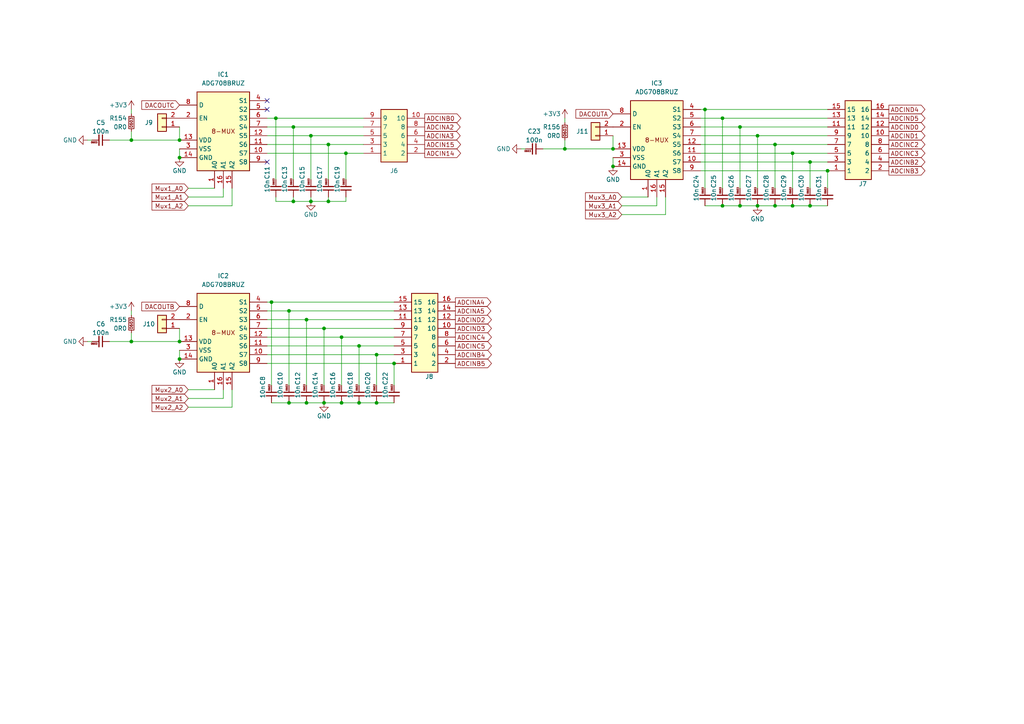
<source format=kicad_sch>
(kicad_sch (version 20230121) (generator eeschema)
  (paper "A4")
  (title_block (title "LCB-CTB-01: Test Board") (date "2024-03-01") (rev "1.0.0") (company "PADERBORN UNIVERSITY DEPARTMENT OF POWER ELECTRONICS AND ELECTRICAL DRIVES"))
  (lib_symbols
    (symbol "LEA_SymbolLibrary:+3V3" (power) (pin_numbers hide) (pin_names (offset 0))
      (property "Value" "+3V3" (at 0 3.81 0))
      (symbol "+3V3_1_1"
        (polyline (pts (xy -0.762 1.27) (xy 0 2.54)))
        (polyline (pts (xy 0 0) (xy 0 2.54)))
        (polyline (pts (xy 0 2.54) (xy 0.762 1.27)))
        (pin power_in line (at 0 0 90) (length 0) hide (name "+3V3") (number "1"))
      )
    )
    (symbol "LEA_SymbolLibrary:C_0603_100n_X5R_10P__50V" (pin_numbers hide) (pin_names (offset 0.254) hide)
      (property "Reference" "C" (at 0.762 0.508 0))
      (property "Value" "100n" (at 0.762 -1.016 0))
      (symbol "C_0603_100n_X5R_10P__50V_0_0"
        (text "0603" (at -0.635 -1.905 900) (effects (font (size 0.5 0.5))))
      )
      (symbol "C_0603_100n_X5R_10P__50V_0_1"
        (polyline (pts (xy -1.524 -0.508) (xy 1.524 -0.508)) (stroke (width 0.3302)))
        (polyline (pts (xy -1.524 0.508) (xy 1.524 0.508)) (stroke (width 0.3048)))
      )
      (symbol "C_0603_100n_X5R_10P__50V_1_1"
        (pin passive line (at 0 2.54 270) (length 2.032) (name "1") (number "1"))
        (pin passive line (at 0 -2.54 90) (length 2.032) (name "2") (number "2"))
      )
    )
    (symbol "LEA_SymbolLibrary:C_0603__10n_X7R_10P__50V" (pin_numbers hide) (pin_names (offset 0.254) hide)
      (property "Reference" "C" (at 0.762 0.508 0))
      (property "Value" "10n" (at 0.762 -1.016 0))
      (symbol "C_0603__10n_X7R_10P__50V_0_0"
        (text "0603" (at -0.635 -1.905 900) (effects (font (size 0.5 0.5))))
      )
      (symbol "C_0603__10n_X7R_10P__50V_0_1"
        (polyline (pts (xy -1.524 -0.508) (xy 1.524 -0.508)) (stroke (width 0.3302)))
        (polyline (pts (xy -1.524 0.508) (xy 1.524 0.508)) (stroke (width 0.3048)))
      )
      (symbol "C_0603__10n_X7R_10P__50V_1_1"
        (pin passive line (at 0 2.54 270) (length 2.032) (name "1") (number "1"))
        (pin passive line (at 0 -2.54 90) (length 2.032) (name "2") (number "2"))
      )
    )
    (symbol "LEA_SymbolLibrary:Conn_01x02" (pin_names (offset 1.016) hide)
      (property "Reference" "J" (at -1.27 2.54 0))
      (property "Value" "01x02" (at 0 -5.08 0))
      (symbol "Conn_01x02_1_1"
        (rectangle (start -1.27 -2.413) (end 0 -2.667) (stroke (width 0.1524)))
        (rectangle (start -1.27 0.127) (end 0 -0.127) (stroke (width 0.1524)))
        (rectangle (start -1.27 1.27) (end 1.27 -3.81) (stroke (width 0.254)) (fill (type background)))
        (pin passive line (at -5.08 0 0) (length 3.81) (name "Pin_1") (number "1"))
        (pin passive line (at -5.08 -2.54 0) (length 3.81) (name "Pin_2") (number "2"))
      )
    )
    (symbol "LEA_SymbolLibrary:Conn_02x05_Male"
      (property "Reference" "J" (at -1.27 10.16 0))
      (symbol "Conn_02x05_Male_1_1"
        (rectangle (start -3.81 7.62) (end 3.81 -7.62) (stroke (width 0.254)) (fill (type background)))
        (pin passive line (at -8.89 5.08 0) (length 5.08) (name "1") (number "1"))
        (pin passive line (at 8.89 -5.08 180) (length 5.08) (name "10") (number "10"))
        (pin passive line (at 8.89 5.08 180) (length 5.08) (name "2") (number "2"))
        (pin passive line (at -8.89 2.54 0) (length 5.08) (name "3") (number "3"))
        (pin passive line (at 8.89 2.54 180) (length 5.08) (name "4") (number "4"))
        (pin passive line (at -8.89 0 0) (length 5.08) (name "5") (number "5"))
        (pin passive line (at 8.89 0 180) (length 5.08) (name "6") (number "6"))
        (pin passive line (at -8.89 -2.54 0) (length 5.08) (name "7") (number "7"))
        (pin passive line (at 8.89 -2.54 180) (length 5.08) (name "8") (number "8"))
        (pin passive line (at -8.89 -5.08 0) (length 5.08) (name "9") (number "9"))
      )
    )
    (symbol "LEA_SymbolLibrary:Conn_02x08_Male"
      (property "Reference" "J" (at -1.27 16.51 0))
      (property "Value" "Conn_02x08_Male" (at -8.89 13.97 0))
      (symbol "Conn_02x08_Male_1_1"
        (rectangle (start -3.81 11.43) (end 3.81 -11.43) (stroke (width 0.254)) (fill (type background)))
        (pin passive line (at -8.89 8.89 0) (length 5.08) (name "1") (number "1"))
        (pin passive line (at 8.89 -1.27 180) (length 5.08) (name "10") (number "10"))
        (pin passive line (at -8.89 -3.81 0) (length 5.08) (name "11") (number "11"))
        (pin passive line (at 8.89 -3.81 180) (length 5.08) (name "12") (number "12"))
        (pin passive line (at -8.89 -6.35 0) (length 5.08) (name "13") (number "13"))
        (pin passive line (at 8.89 -6.35 180) (length 5.08) (name "14") (number "14"))
        (pin passive line (at -8.89 -8.89 0) (length 5.08) (name "15") (number "15"))
        (pin passive line (at 8.89 -8.89 180) (length 5.08) (name "16") (number "16"))
        (pin passive line (at 8.89 8.89 180) (length 5.08) (name "2") (number "2"))
        (pin passive line (at -8.89 6.35 0) (length 5.08) (name "3") (number "3"))
        (pin passive line (at 8.89 6.35 180) (length 5.08) (name "4") (number "4"))
        (pin passive line (at -8.89 3.81 0) (length 5.08) (name "5") (number "5"))
        (pin passive line (at 8.89 3.81 180) (length 5.08) (name "6") (number "6"))
        (pin passive line (at -8.89 1.27 0) (length 5.08) (name "7") (number "7"))
        (pin passive line (at 8.89 1.27 180) (length 5.08) (name "8") (number "8"))
        (pin passive line (at -8.89 -1.27 0) (length 5.08) (name "9") (number "9"))
      )
    )
    (symbol "LEA_SymbolLibrary:GND" (power) (pin_numbers hide) (pin_names (offset 0))
      (property "Value" "GND" (at 0 -5.08 0))
      (symbol "GND_1_1"
        (polyline (pts (xy 0 0) (xy 0 -1.27) (xy 1.27 -1.27) (xy 0 -2.54) (xy -1.27 -1.27) (xy 0 -1.27)))
        (pin power_in line (at 0 0 90) (length 0) hide (name "GND") (number "1"))
      )
    )
    (symbol "LEA_SymbolLibrary:MUX_ADG708BRUZ"
      (property "Reference" "IC" (at -6.35 16.51 0))
      (property "Value" "ADG708BRUZ" (at -6.35 13.97 0))
      (symbol "MUX_ADG708BRUZ_1_1"
        (rectangle (start -7.62 11.43) (end 7.62 -11.43) (stroke (width 0.254)) (fill (type background)))
        (text "8-MUX" (at 0 0 0) (effects (font (size 1.27 1.27))))
        (pin passive line (at -2.54 -16.51 90) (length 5.08) (name "A0") (number "1"))
        (pin passive line (at 12.7 -6.35 180) (length 5.08) (name "S7") (number "10"))
        (pin passive line (at 12.7 -3.81 180) (length 5.08) (name "S6") (number "11"))
        (pin passive line (at 12.7 -1.27 180) (length 5.08) (name "S5") (number "12"))
        (pin passive line (at -12.7 -2.54 0) (length 5.08) (name "VDD") (number "13"))
        (pin passive line (at -12.7 -7.62 0) (length 5.08) (name "GND") (number "14"))
        (pin passive line (at 2.54 -16.51 90) (length 5.08) (name "A2") (number "15"))
        (pin passive line (at 0 -16.51 90) (length 5.08) (name "A1") (number "16"))
        (pin passive line (at -12.7 3.81 0) (length 5.08) (name "EN") (number "2"))
        (pin passive line (at -12.7 -5.08 0) (length 5.08) (name "VSS") (number "3"))
        (pin passive line (at 12.7 8.89 180) (length 5.08) (name "S1") (number "4"))
        (pin passive line (at 12.7 6.35 180) (length 5.08) (name "S2") (number "5"))
        (pin passive line (at 12.7 3.81 180) (length 5.08) (name "S3") (number "6"))
        (pin passive line (at 12.7 1.27 180) (length 5.08) (name "S4") (number "7"))
        (pin passive line (at -12.7 7.62 0) (length 5.08) (name "D") (number "8"))
        (pin passive line (at 12.7 -8.89 180) (length 5.08) (name "S8") (number "9"))
      )
    )
    (symbol "LEA_SymbolLibrary:R_0603__0R0_THICK__1P__75V" (pin_numbers hide) (pin_names (offset 0.254) hide)
      (property "Reference" "R" (at 0.762 0.508 0))
      (property "Value" "0R0" (at 0.762 -1.016 0))
      (symbol "R_0603__0R0_THICK__1P__75V_0_0"
        (text "0603" (at 0 0 900) (effects (font (size 0.8 0.8))))
      )
      (symbol "R_0603__0R0_THICK__1P__75V_0_1"
        (rectangle (start -0.762 1.778) (end 0.762 -1.778) (stroke (width 0.2032)))
      )
      (symbol "R_0603__0R0_THICK__1P__75V_1_1"
        (pin passive line (at 0 2.54 270) (length 0.762) (name "~") (number "1"))
        (pin passive line (at 0 -2.54 90) (length 0.762) (name "~") (number "2"))
      )
    )
  )
  (junction (at 104.14 100.33))
  (junction (at 209.55 59.69))
  (junction (at 83.82 90.17))
  (junction (at 52.07 99.06))
  (junction (at 104.14 116.84))
  (junction (at 83.82 116.84))
  (junction (at 219.71 39.37))
  (junction (at 214.63 59.69))
  (junction (at 88.9 116.84))
  (junction (at 90.17 39.37))
  (junction (at 85.09 58.42))
  (junction (at 214.63 36.83))
  (junction (at 99.06 97.79))
  (junction (at 219.71 59.69))
  (junction (at 209.55 34.29))
  (junction (at 88.9 92.71))
  (junction (at 229.87 44.45))
  (junction (at 38.1 99.06))
  (junction (at 177.8 43.18))
  (junction (at 93.98 95.25))
  (junction (at 99.06 116.84))
  (junction (at 114.3 105.41))
  (junction (at 95.25 58.42))
  (junction (at 234.95 46.99))
  (junction (at 52.07 40.64))
  (junction (at 224.79 41.91))
  (junction (at 52.07 104.14))
  (junction (at 38.1 40.64))
  (junction (at 177.8 48.26))
  (junction (at 163.83 43.18))
  (junction (at 52.07 45.72))
  (junction (at 78.74 87.63))
  (junction (at 229.87 59.69))
  (junction (at 109.22 102.87))
  (junction (at 234.95 59.69))
  (junction (at 93.98 116.84))
  (junction (at 240.03 49.53))
  (junction (at 109.22 116.84))
  (junction (at 95.25 41.91))
  (junction (at 85.09 36.83))
  (junction (at 204.47 31.75))
  (junction (at 100.33 44.45))
  (junction (at 224.79 59.69))
  (junction (at 80.01 34.29))
  (junction (at 90.17 58.42))
  (no_connect (at 77.47 46.99))
  (no_connect (at 77.47 31.75))
  (no_connect (at 77.47 29.21))
  (wire (pts (xy 52.07 101.6) (xy 52.07 104.14)))
  (wire (pts (xy 77.47 44.45) (xy 100.33 44.45)))
  (wire (pts (xy 99.06 97.79) (xy 99.06 111.76)))
  (wire (pts (xy 54.61 59.69) (xy 67.31 59.69)))
  (wire (pts (xy 100.33 57.15) (xy 100.33 58.42)))
  (wire (pts (xy 77.47 100.33) (xy 104.14 100.33)))
  (wire (pts (xy 180.34 62.23) (xy 193.04 62.23)))
  (wire (pts (xy 38.1 99.06) (xy 52.07 99.06)))
  (wire (pts (xy 190.5 57.15) (xy 190.5 59.69)))
  (wire (pts (xy 64.77 113.03) (xy 64.77 115.57)))
  (wire (pts (xy 180.34 59.69) (xy 190.5 59.69)))
  (wire (pts (xy 95.25 41.91) (xy 95.25 52.07)))
  (wire (pts (xy 204.47 59.69) (xy 209.55 59.69)))
  (wire (pts (xy 54.61 54.61) (xy 62.23 54.61)))
  (wire (pts (xy 67.31 113.03) (xy 67.31 118.11)))
  (wire (pts (xy 151.13 43.18) (xy 152.4 43.18)))
  (wire (pts (xy 224.79 41.91) (xy 224.79 54.61)))
  (wire (pts (xy 229.87 44.45) (xy 229.87 54.61)))
  (wire (pts (xy 38.1 38.1) (xy 38.1 40.64)))
  (wire (pts (xy 229.87 59.69) (xy 234.95 59.69)))
  (wire (pts (xy 219.71 39.37) (xy 240.03 39.37)))
  (wire (pts (xy 38.1 40.64) (xy 52.07 40.64)))
  (wire (pts (xy 163.83 34.29) (xy 163.83 35.56)))
  (wire (pts (xy 100.33 44.45) (xy 100.33 52.07)))
  (wire (pts (xy 64.77 57.15) (xy 64.77 54.61)))
  (wire (pts (xy 234.95 59.69) (xy 240.03 59.69)))
  (wire (pts (xy 83.82 90.17) (xy 114.3 90.17)))
  (wire (pts (xy 78.74 87.63) (xy 77.47 87.63)))
  (wire (pts (xy 90.17 39.37) (xy 105.41 39.37)))
  (wire (pts (xy 180.34 57.15) (xy 187.96 57.15)))
  (wire (pts (xy 77.47 39.37) (xy 90.17 39.37)))
  (wire (pts (xy 52.07 43.18) (xy 52.07 45.72)))
  (wire (pts (xy 78.74 116.84) (xy 83.82 116.84)))
  (wire (pts (xy 77.47 92.71) (xy 88.9 92.71)))
  (wire (pts (xy 77.47 34.29) (xy 80.01 34.29)))
  (wire (pts (xy 80.01 58.42) (xy 85.09 58.42)))
  (wire (pts (xy 193.04 57.15) (xy 193.04 62.23)))
  (wire (pts (xy 204.47 31.75) (xy 203.2 31.75)))
  (wire (pts (xy 77.47 102.87) (xy 109.22 102.87)))
  (wire (pts (xy 80.01 34.29) (xy 105.41 34.29)))
  (wire (pts (xy 234.95 46.99) (xy 240.03 46.99)))
  (wire (pts (xy 214.63 54.61) (xy 214.63 36.83)))
  (wire (pts (xy 100.33 44.45) (xy 105.41 44.45)))
  (wire (pts (xy 95.25 41.91) (xy 105.41 41.91)))
  (wire (pts (xy 52.07 95.25) (xy 52.07 99.06)))
  (wire (pts (xy 224.79 59.69) (xy 229.87 59.69)))
  (wire (pts (xy 203.2 36.83) (xy 214.63 36.83)))
  (wire (pts (xy 104.14 116.84) (xy 109.22 116.84)))
  (wire (pts (xy 99.06 116.84) (xy 104.14 116.84)))
  (wire (pts (xy 54.61 115.57) (xy 64.77 115.57)))
  (wire (pts (xy 203.2 49.53) (xy 240.03 49.53)))
  (wire (pts (xy 209.55 34.29) (xy 209.55 54.61)))
  (wire (pts (xy 38.1 90.17) (xy 38.1 91.44)))
  (wire (pts (xy 209.55 59.69) (xy 214.63 59.69)))
  (wire (pts (xy 234.95 46.99) (xy 234.95 54.61)))
  (wire (pts (xy 90.17 58.42) (xy 95.25 58.42)))
  (wire (pts (xy 80.01 52.07) (xy 80.01 34.29)))
  (wire (pts (xy 77.47 95.25) (xy 93.98 95.25)))
  (wire (pts (xy 219.71 54.61) (xy 219.71 39.37)))
  (wire (pts (xy 93.98 116.84) (xy 99.06 116.84)))
  (wire (pts (xy 93.98 95.25) (xy 114.3 95.25)))
  (wire (pts (xy 54.61 57.15) (xy 64.77 57.15)))
  (wire (pts (xy 90.17 39.37) (xy 90.17 52.07)))
  (wire (pts (xy 77.47 90.17) (xy 83.82 90.17)))
  (wire (pts (xy 38.1 99.06) (xy 31.75 99.06)))
  (wire (pts (xy 163.83 43.18) (xy 157.48 43.18)))
  (wire (pts (xy 214.63 59.69) (xy 219.71 59.69)))
  (wire (pts (xy 83.82 116.84) (xy 88.9 116.84)))
  (wire (pts (xy 224.79 41.91) (xy 240.03 41.91)))
  (wire (pts (xy 77.47 105.41) (xy 114.3 105.41)))
  (wire (pts (xy 80.01 57.15) (xy 80.01 58.42)))
  (wire (pts (xy 109.22 102.87) (xy 109.22 111.76)))
  (wire (pts (xy 204.47 31.75) (xy 240.03 31.75)))
  (wire (pts (xy 104.14 100.33) (xy 114.3 100.33)))
  (wire (pts (xy 219.71 59.69) (xy 224.79 59.69)))
  (wire (pts (xy 38.1 40.64) (xy 31.75 40.64)))
  (wire (pts (xy 54.61 113.03) (xy 62.23 113.03)))
  (wire (pts (xy 203.2 39.37) (xy 219.71 39.37)))
  (wire (pts (xy 114.3 105.41) (xy 114.3 111.76)))
  (wire (pts (xy 163.83 40.64) (xy 163.83 43.18)))
  (wire (pts (xy 203.2 34.29) (xy 209.55 34.29)))
  (wire (pts (xy 38.1 96.52) (xy 38.1 99.06)))
  (wire (pts (xy 95.25 57.15) (xy 95.25 58.42)))
  (wire (pts (xy 77.47 41.91) (xy 95.25 41.91)))
  (wire (pts (xy 203.2 46.99) (xy 234.95 46.99)))
  (wire (pts (xy 85.09 57.15) (xy 85.09 58.42)))
  (wire (pts (xy 204.47 31.75) (xy 204.47 54.61)))
  (wire (pts (xy 177.8 45.72) (xy 177.8 48.26)))
  (wire (pts (xy 67.31 59.69) (xy 67.31 54.61)))
  (wire (pts (xy 95.25 58.42) (xy 100.33 58.42)))
  (wire (pts (xy 83.82 90.17) (xy 83.82 111.76)))
  (wire (pts (xy 203.2 41.91) (xy 224.79 41.91)))
  (wire (pts (xy 78.74 87.63) (xy 78.74 111.76)))
  (wire (pts (xy 214.63 36.83) (xy 240.03 36.83)))
  (wire (pts (xy 177.8 39.37) (xy 177.8 43.18)))
  (wire (pts (xy 209.55 34.29) (xy 240.03 34.29)))
  (wire (pts (xy 77.47 97.79) (xy 99.06 97.79)))
  (wire (pts (xy 85.09 58.42) (xy 90.17 58.42)))
  (wire (pts (xy 240.03 49.53) (xy 240.03 54.61)))
  (wire (pts (xy 25.4 40.64) (xy 26.67 40.64)))
  (wire (pts (xy 109.22 116.84) (xy 114.3 116.84)))
  (wire (pts (xy 54.61 118.11) (xy 67.31 118.11)))
  (wire (pts (xy 93.98 111.76) (xy 93.98 95.25)))
  (wire (pts (xy 77.47 36.83) (xy 85.09 36.83)))
  (wire (pts (xy 88.9 116.84) (xy 93.98 116.84)))
  (wire (pts (xy 85.09 36.83) (xy 105.41 36.83)))
  (wire (pts (xy 78.74 87.63) (xy 114.3 87.63)))
  (wire (pts (xy 104.14 100.33) (xy 104.14 111.76)))
  (wire (pts (xy 229.87 44.45) (xy 240.03 44.45)))
  (wire (pts (xy 25.4 99.06) (xy 26.67 99.06)))
  (wire (pts (xy 52.07 36.83) (xy 52.07 40.64)))
  (wire (pts (xy 85.09 36.83) (xy 85.09 52.07)))
  (wire (pts (xy 88.9 92.71) (xy 114.3 92.71)))
  (wire (pts (xy 163.83 43.18) (xy 177.8 43.18)))
  (wire (pts (xy 203.2 44.45) (xy 229.87 44.45)))
  (wire (pts (xy 99.06 97.79) (xy 114.3 97.79)))
  (wire (pts (xy 109.22 102.87) (xy 114.3 102.87)))
  (wire (pts (xy 88.9 111.76) (xy 88.9 92.71)))
  (wire (pts (xy 90.17 57.15) (xy 90.17 58.42)))
  (wire (pts (xy 38.1 31.75) (xy 38.1 33.02)))
  (global_label "ADCINC2" (shape output) (at 257.81 41.91 0) (property "Intersheetrefs" "${INTERSHEET_REFS}" (effects hide)))
  (global_label "ADCINB3" (shape output) (at 257.81 49.53 0) (property "Intersheetrefs" "${INTERSHEET_REFS}" (effects hide)))
  (global_label "ADCINB0" (shape output) (at 123.19 34.29 0) (property "Intersheetrefs" "${INTERSHEET_REFS}" (effects hide)))
  (global_label "Mux1_A2" (shape input) (at 54.61 59.69 180) (property "Intersheetrefs" "${INTERSHEET_REFS}" (effects hide)))
  (global_label "Mux3_A2" (shape input) (at 180.34 62.23 180) (property "Intersheetrefs" "${INTERSHEET_REFS}" (effects hide)))
  (global_label "ADCINC4" (shape output) (at 132.08 97.79 0) (property "Intersheetrefs" "${INTERSHEET_REFS}" (effects hide)))
  (global_label "ADCIND3" (shape output) (at 132.08 95.25 0) (property "Intersheetrefs" "${INTERSHEET_REFS}" (effects hide)))
  (global_label "DACOUTC" (shape input) (at 52.07 30.48 180) (property "Intersheetrefs" "${INTERSHEET_REFS}" (effects hide)))
  (global_label "Mux1_A0" (shape input) (at 54.61 54.61 180) (property "Intersheetrefs" "${INTERSHEET_REFS}" (effects hide)))
  (global_label "DACOUTA" (shape input) (at 177.8 33.02 180) (property "Intersheetrefs" "${INTERSHEET_REFS}" (effects hide)))
  (global_label "Mux1_A1" (shape input) (at 54.61 57.15 180) (property "Intersheetrefs" "${INTERSHEET_REFS}" (effects hide)))
  (global_label "Mux3_A1" (shape input) (at 180.34 59.69 180) (property "Intersheetrefs" "${INTERSHEET_REFS}" (effects hide)))
  (global_label "ADCINC3" (shape output) (at 257.81 44.45 0) (property "Intersheetrefs" "${INTERSHEET_REFS}" (effects hide)))
  (global_label "ADCINA4" (shape output) (at 132.08 87.63 0) (property "Intersheetrefs" "${INTERSHEET_REFS}" (effects hide)))
  (global_label "ADCIND1" (shape output) (at 257.81 39.37 0) (property "Intersheetrefs" "${INTERSHEET_REFS}" (effects hide)))
  (global_label "ADCIN15" (shape output) (at 123.19 41.91 0) (property "Intersheetrefs" "${INTERSHEET_REFS}" (effects hide)))
  (global_label "ADCIND4" (shape output) (at 257.81 31.75 0) (property "Intersheetrefs" "${INTERSHEET_REFS}" (effects hide)))
  (global_label "ADCINA2" (shape output) (at 123.19 36.83 0) (property "Intersheetrefs" "${INTERSHEET_REFS}" (effects hide)))
  (global_label "Mux2_A2" (shape input) (at 54.61 118.11 180) (property "Intersheetrefs" "${INTERSHEET_REFS}" (effects hide)))
  (global_label "ADCIN14" (shape output) (at 123.19 44.45 0) (property "Intersheetrefs" "${INTERSHEET_REFS}" (effects hide)))
  (global_label "ADCINA3" (shape output) (at 123.19 39.37 0) (property "Intersheetrefs" "${INTERSHEET_REFS}" (effects hide)))
  (global_label "ADCINB2" (shape output) (at 257.81 46.99 0) (property "Intersheetrefs" "${INTERSHEET_REFS}" (effects hide)))
  (global_label "ADCIND2" (shape output) (at 132.08 92.71 0) (property "Intersheetrefs" "${INTERSHEET_REFS}" (effects hide)))
  (global_label "ADCINA5" (shape output) (at 132.08 90.17 0) (property "Intersheetrefs" "${INTERSHEET_REFS}" (effects hide)))
  (global_label "ADCINB5" (shape output) (at 132.08 105.41 0) (property "Intersheetrefs" "${INTERSHEET_REFS}" (effects hide)))
  (global_label "DACOUTB" (shape input) (at 52.07 88.9 180) (property "Intersheetrefs" "${INTERSHEET_REFS}" (effects hide)))
  (global_label "Mux3_A0" (shape input) (at 180.34 57.15 180) (property "Intersheetrefs" "${INTERSHEET_REFS}" (effects hide)))
  (global_label "Mux2_A0" (shape input) (at 54.61 113.03 180) (property "Intersheetrefs" "${INTERSHEET_REFS}" (effects hide)))
  (global_label "ADCINC5" (shape output) (at 132.08 100.33 0) (property "Intersheetrefs" "${INTERSHEET_REFS}" (effects hide)))
  (global_label "ADCINB4" (shape output) (at 132.08 102.87 0) (property "Intersheetrefs" "${INTERSHEET_REFS}" (effects hide)))
  (global_label "Mux2_A1" (shape input) (at 54.61 115.57 180) (property "Intersheetrefs" "${INTERSHEET_REFS}" (effects hide)))
  (global_label "ADCIND0" (shape output) (at 257.81 36.83 0) (property "Intersheetrefs" "${INTERSHEET_REFS}" (effects hide)))
  (global_label "ADCIND5" (shape output) (at 257.81 34.29 0) (property "Intersheetrefs" "${INTERSHEET_REFS}" (effects hide)))
  (symbol (lib_id "LEA_SymbolLibrary:GND") (at 151.13 43.18 270) (mirror x) (unit 1)
    (property "Reference" "#PWR040" (effects hide))
    (property "Value" "GND" (at 146.05 43.18 90))
  )
  (symbol (lib_id "LEA_SymbolLibrary:GND") (at 93.98 116.84 0) (unit 1)
    (property "Reference" "#PWR039" (effects hide))
    (property "Value" "GND" (at 93.98 120.65 0))
  )
  (symbol (lib_id "LEA_SymbolLibrary:C_0603_100n_X5R_10P__50V") (at 29.21 40.64 270) (mirror x) (unit 1)
    (property "Reference" "C5" (at 29.21 35.56 90))
    (property "Value" "100n" (at 29.21 38.1 90))
    (property "Footprint" "LEA_FootprintLibrary:C_0603" (effects hide))
    (property "manf#" "C1608X5R1H104K" (effects hide))
    (property "Manufacturer" "TDK" (effects hide))
    (property "mouser#" "810-C1608X5R1H104K" (effects hide))
  )
  (symbol (lib_id "LEA_SymbolLibrary:GND") (at 52.07 45.72 0) (unit 1)
    (property "Reference" "#PWR036" (effects hide))
    (property "Value" "GND" (at 52.07 49.53 0))
  )
  (symbol (lib_id "LEA_SymbolLibrary:+3V3") (at 38.1 31.75 0) (unit 1)
    (property "Reference" "#PWR034" (effects hide))
    (property "Value" "+3V3" (at 34.29 30.48 0))
  )
  (symbol (lib_id "LEA_SymbolLibrary:Conn_02x08_Male") (at 248.92 40.64 0) (mirror x) (unit 1)
    (property "Reference" "J7" (at 251.46 53.34 0) (effects (justify right)))
    (property "Value" "Conn_02x08_Male" (effects hide))
    (property "Footprint" "LEA_FootprintLibrary:HDRV16W64P254_2X8_2032X508X914P" (effects hide))
    (property "Datasheet" "https://cdn.harwin.com/pdfs/M20-998.pdf" (effects hide))
    (property "mouser#" "855-M20-9980846" (effects hide))
    (property "Manufacturer" "Harwin" (effects hide))
    (property "manf#" "M20-9980846" (effects hide))
  )
  (symbol (lib_id "LEA_SymbolLibrary:R_0603__0R0_THICK__1P__75V") (at 163.83 38.1 0) (mirror y) (unit 1)
    (property "Reference" "R156" (at 162.56 36.83 0) (effects (justify left)))
    (property "Value" "0R0" (at 162.56 39.37 0) (effects (justify left)))
    (property "Footprint" "LEA_FootprintLibrary:R_0603" (effects hide))
    (property "manf#" "CRCW06030000Z0EAC" (effects hide))
    (property "Manufacturer" "Vishay" (effects hide))
    (property "mouser#" "71-CRCW06030000Z0EAC" (effects hide))
  )
  (symbol (lib_id "LEA_SymbolLibrary:C_0603_100n_X5R_10P__50V") (at 154.94 43.18 270) (mirror x) (unit 1)
    (property "Reference" "C23" (at 154.94 38.1 90))
    (property "Value" "100n" (at 154.94 40.64 90))
    (property "Footprint" "LEA_FootprintLibrary:C_0603" (effects hide))
    (property "manf#" "C1608X5R1H104K" (effects hide))
    (property "Manufacturer" "TDK" (effects hide))
    (property "mouser#" "810-C1608X5R1H104K" (effects hide))
  )
  (symbol (lib_id "LEA_SymbolLibrary:C_0603__10n_X7R_10P__50V") (at 80.01 54.61 0) (mirror x) (unit 1)
    (property "Reference" "C11" (at 77.47 52.07 90) (effects (justify right)))
    (property "Value" "10n" (at 77.47 55.88 90) (effects (justify right)))
    (property "Footprint" "LEA_FootprintLibrary:C_0603" (effects hide))
    (property "Manufacturer" "TDK" (effects hide))
    (property "manf#" "CGA3E2X7R1H103K" (effects hide))
    (property "mouser#" "810-CGA3E2X7R1H103K" (effects hide))
  )
  (symbol (lib_id "LEA_SymbolLibrary:C_0603__10n_X7R_10P__50V") (at 95.25 54.61 0) (mirror x) (unit 1)
    (property "Reference" "C17" (at 92.71 52.07 90) (effects (justify right)))
    (property "Value" "10n" (at 92.71 55.88 90) (effects (justify right)))
    (property "Footprint" "LEA_FootprintLibrary:C_0603" (effects hide))
    (property "Manufacturer" "TDK" (effects hide))
    (property "manf#" "CGA3E2X7R1H103K" (effects hide))
    (property "mouser#" "810-CGA3E2X7R1H103K" (effects hide))
  )
  (symbol (lib_id "LEA_SymbolLibrary:C_0603__10n_X7R_10P__50V") (at 209.55 57.15 0) (mirror x) (unit 1)
    (property "Reference" "C25" (at 207.01 54.61 90) (effects (justify right)))
    (property "Value" "10n" (at 207.01 58.42 90) (effects (justify right)))
    (property "Footprint" "LEA_FootprintLibrary:C_0603" (effects hide))
    (property "Manufacturer" "TDK" (effects hide))
    (property "manf#" "CGA3E2X7R1H103K" (effects hide))
    (property "mouser#" "810-CGA3E2X7R1H103K" (effects hide))
  )
  (symbol (lib_id "LEA_SymbolLibrary:GND") (at 90.17 58.42 0) (unit 1)
    (property "Reference" "#PWR038" (effects hide))
    (property "Value" "GND" (at 90.17 62.23 0))
  )
  (symbol (lib_id "LEA_SymbolLibrary:MUX_ADG708BRUZ") (at 64.77 96.52 0) (unit 1)
    (property "Reference" "IC2" (at 64.77 80.01 0))
    (property "Value" "ADG708BRUZ" (at 64.77 82.55 0))
    (property "Footprint" "LEA_FootprintLibrary:SOP65P640X120-16N" (effects hide))
    (property "Datasheet" "http://www.analog.com/static/imported-files/data_sheets/ADG708_709.pdf" (effects hide))
    (property "mouser#" "584-ADG708BRUZ" (effects hide))
    (property "Manufacturer" "Analog Devices" (effects hide))
    (property "manf#" "ADG708BRUZ" (effects hide))
  )
  (symbol (lib_id "LEA_SymbolLibrary:C_0603__10n_X7R_10P__50V") (at 229.87 57.15 0) (mirror x) (unit 1)
    (property "Reference" "C29" (at 227.33 54.61 90) (effects (justify right)))
    (property "Value" "10n" (at 227.33 58.42 90) (effects (justify right)))
    (property "Footprint" "LEA_FootprintLibrary:C_0603" (effects hide))
    (property "Manufacturer" "TDK" (effects hide))
    (property "manf#" "CGA3E2X7R1H103K" (effects hide))
    (property "mouser#" "810-CGA3E2X7R1H103K" (effects hide))
  )
  (symbol (lib_id "LEA_SymbolLibrary:Conn_01x02") (at 172.72 39.37 180) (unit 1)
    (property "Reference" "J11" (at 168.91 38.1 0))
    (property "Value" "01x02" (effects hide))
    (property "Footprint" "LEA_FootprintLibrary:PinHeader_1x02_P2.54mm_Vertical" (effects hide))
    (property "Datasheet" "https://www.mouser.de/datasheet/2/181/M20-999-1218971.pdf" (effects hide))
    (property "Manufacturer" "Harwin" (effects hide))
    (property "mouser#" "855-M20-9990245" (effects hide))
    (property "manf#" "M20-9990245" (effects hide))
    (property "Sim.Enable" "0" (effects hide))
  )
  (symbol (lib_id "LEA_SymbolLibrary:C_0603__10n_X7R_10P__50V") (at 204.47 57.15 0) (mirror x) (unit 1)
    (property "Reference" "C24" (at 201.93 54.61 90) (effects (justify right)))
    (property "Value" "10n" (at 201.93 58.42 90) (effects (justify right)))
    (property "Footprint" "LEA_FootprintLibrary:C_0603" (effects hide))
    (property "Manufacturer" "TDK" (effects hide))
    (property "manf#" "CGA3E2X7R1H103K" (effects hide))
    (property "mouser#" "810-CGA3E2X7R1H103K" (effects hide))
  )
  (symbol (lib_id "LEA_SymbolLibrary:GND") (at 52.07 104.14 0) (unit 1)
    (property "Reference" "#PWR037" (effects hide))
    (property "Value" "GND" (at 52.07 107.95 0))
  )
  (symbol (lib_id "LEA_SymbolLibrary:C_0603__10n_X7R_10P__50V") (at 90.17 54.61 0) (mirror x) (unit 1)
    (property "Reference" "C15" (at 87.63 52.07 90) (effects (justify right)))
    (property "Value" "10n" (at 87.63 55.88 90) (effects (justify right)))
    (property "Footprint" "LEA_FootprintLibrary:C_0603" (effects hide))
    (property "Manufacturer" "TDK" (effects hide))
    (property "manf#" "CGA3E2X7R1H103K" (effects hide))
    (property "mouser#" "810-CGA3E2X7R1H103K" (effects hide))
  )
  (symbol (lib_id "LEA_SymbolLibrary:C_0603__10n_X7R_10P__50V") (at 219.71 57.15 0) (mirror x) (unit 1)
    (property "Reference" "C27" (at 217.17 54.61 90) (effects (justify right)))
    (property "Value" "10n" (at 217.17 58.42 90) (effects (justify right)))
    (property "Footprint" "LEA_FootprintLibrary:C_0603" (effects hide))
    (property "Manufacturer" "TDK" (effects hide))
    (property "manf#" "CGA3E2X7R1H103K" (effects hide))
    (property "mouser#" "810-CGA3E2X7R1H103K" (effects hide))
  )
  (symbol (lib_id "LEA_SymbolLibrary:C_0603__10n_X7R_10P__50V") (at 109.22 114.3 0) (mirror x) (unit 1)
    (property "Reference" "C20" (at 106.68 111.76 90) (effects (justify right)))
    (property "Value" "10n" (at 106.68 115.57 90) (effects (justify right)))
    (property "Footprint" "LEA_FootprintLibrary:C_0603" (effects hide))
    (property "Manufacturer" "TDK" (effects hide))
    (property "manf#" "CGA3E2X7R1H103K" (effects hide))
    (property "mouser#" "810-CGA3E2X7R1H103K" (effects hide))
  )
  (symbol (lib_id "LEA_SymbolLibrary:R_0603__0R0_THICK__1P__75V") (at 38.1 35.56 0) (mirror y) (unit 1)
    (property "Reference" "R154" (at 36.83 34.29 0) (effects (justify left)))
    (property "Value" "0R0" (at 36.83 36.83 0) (effects (justify left)))
    (property "Footprint" "LEA_FootprintLibrary:R_0603" (effects hide))
    (property "manf#" "CRCW06030000Z0EAC" (effects hide))
    (property "Manufacturer" "Vishay" (effects hide))
    (property "mouser#" "71-CRCW06030000Z0EAC" (effects hide))
  )
  (symbol (lib_id "LEA_SymbolLibrary:C_0603__10n_X7R_10P__50V") (at 114.3 114.3 0) (mirror x) (unit 1)
    (property "Reference" "C22" (at 111.76 111.76 90) (effects (justify right)))
    (property "Value" "10n" (at 111.76 115.57 90) (effects (justify right)))
    (property "Footprint" "LEA_FootprintLibrary:C_0603" (effects hide))
    (property "Manufacturer" "TDK" (effects hide))
    (property "manf#" "CGA3E2X7R1H103K" (effects hide))
    (property "mouser#" "810-CGA3E2X7R1H103K" (effects hide))
  )
  (symbol (lib_id "LEA_SymbolLibrary:C_0603__10n_X7R_10P__50V") (at 100.33 54.61 0) (mirror x) (unit 1)
    (property "Reference" "C19" (at 97.79 52.07 90) (effects (justify right)))
    (property "Value" "10n" (at 97.79 55.88 90) (effects (justify right)))
    (property "Footprint" "LEA_FootprintLibrary:C_0603" (effects hide))
    (property "Manufacturer" "TDK" (effects hide))
    (property "manf#" "CGA3E2X7R1H103K" (effects hide))
    (property "mouser#" "810-CGA3E2X7R1H103K" (effects hide))
  )
  (symbol (lib_id "LEA_SymbolLibrary:GND") (at 25.4 40.64 270) (mirror x) (unit 1)
    (property "Reference" "#PWR032" (effects hide))
    (property "Value" "GND" (at 20.32 40.64 90))
  )
  (symbol (lib_id "LEA_SymbolLibrary:+3V3") (at 38.1 90.17 0) (unit 1)
    (property "Reference" "#PWR035" (effects hide))
    (property "Value" "+3V3" (at 34.29 88.9 0))
  )
  (symbol (lib_id "LEA_SymbolLibrary:C_0603__10n_X7R_10P__50V") (at 99.06 114.3 0) (mirror x) (unit 1)
    (property "Reference" "C16" (at 96.52 111.76 90) (effects (justify right)))
    (property "Value" "10n" (at 96.52 115.57 90) (effects (justify right)))
    (property "Footprint" "LEA_FootprintLibrary:C_0603" (effects hide))
    (property "Manufacturer" "TDK" (effects hide))
    (property "manf#" "CGA3E2X7R1H103K" (effects hide))
    (property "mouser#" "810-CGA3E2X7R1H103K" (effects hide))
  )
  (symbol (lib_id "LEA_SymbolLibrary:GND") (at 177.8 48.26 0) (unit 1)
    (property "Reference" "#PWR042" (effects hide))
    (property "Value" "GND" (at 177.8 52.07 0))
  )
  (symbol (lib_id "LEA_SymbolLibrary:+3V3") (at 163.83 34.29 0) (unit 1)
    (property "Reference" "#PWR041" (effects hide))
    (property "Value" "+3V3" (at 160.02 33.02 0))
  )
  (symbol (lib_id "LEA_SymbolLibrary:Conn_02x05_Male") (at 114.3 39.37 0) (mirror x) (unit 1)
    (property "Reference" "J6" (at 114.3 49.53 0))
    (property "Value" "10129381-910002BLF" (effects hide))
    (property "Footprint" "LEA_FootprintLibrary:Conn_02x05_Male" (effects hide))
    (property "Datasheet" "https://cdn.amphenol-cs.com/media/wysiwyg/files/drawing/10129381.pdf" (effects hide))
    (property "mouser#" "649-1012938191002BLF" (effects hide))
    (property "Manufacturer_Name" "Amphenol" (effects hide))
    (property "manf#" "10129381-910002BLF" (effects hide))
  )
  (symbol (lib_id "LEA_SymbolLibrary:C_0603__10n_X7R_10P__50V") (at 234.95 57.15 0) (mirror x) (unit 1)
    (property "Reference" "C30" (at 232.41 54.61 90) (effects (justify right)))
    (property "Value" "10n" (at 232.41 58.42 90) (effects (justify right)))
    (property "Footprint" "LEA_FootprintLibrary:C_0603" (effects hide))
    (property "Manufacturer" "TDK" (effects hide))
    (property "manf#" "CGA3E2X7R1H103K" (effects hide))
    (property "mouser#" "810-CGA3E2X7R1H103K" (effects hide))
  )
  (symbol (lib_id "LEA_SymbolLibrary:C_0603__10n_X7R_10P__50V") (at 85.09 54.61 0) (mirror x) (unit 1)
    (property "Reference" "C13" (at 82.55 52.07 90) (effects (justify right)))
    (property "Value" "10n" (at 82.55 55.88 90) (effects (justify right)))
    (property "Footprint" "LEA_FootprintLibrary:C_0603" (effects hide))
    (property "Manufacturer" "TDK" (effects hide))
    (property "manf#" "CGA3E2X7R1H103K" (effects hide))
    (property "mouser#" "810-CGA3E2X7R1H103K" (effects hide))
  )
  (symbol (lib_id "LEA_SymbolLibrary:MUX_ADG708BRUZ") (at 64.77 38.1 0) (unit 1)
    (property "Reference" "IC1" (at 64.77 21.59 0))
    (property "Value" "ADG708BRUZ" (at 64.77 24.13 0))
    (property "Footprint" "LEA_FootprintLibrary:SOP65P640X120-16N" (effects hide))
    (property "Datasheet" "http://www.analog.com/static/imported-files/data_sheets/ADG708_709.pdf" (effects hide))
    (property "mouser#" "584-ADG708BRUZ" (effects hide))
    (property "Manufacturer" "Analog Devices" (effects hide))
    (property "manf#" "ADG708BRUZ" (effects hide))
  )
  (symbol (lib_id "LEA_SymbolLibrary:MUX_ADG708BRUZ") (at 190.5 40.64 0) (unit 1)
    (property "Reference" "IC3" (at 190.5 24.13 0))
    (property "Value" "ADG708BRUZ" (at 190.5 26.67 0))
    (property "Footprint" "LEA_FootprintLibrary:SOP65P640X120-16N" (effects hide))
    (property "Datasheet" "http://www.analog.com/static/imported-files/data_sheets/ADG708_709.pdf" (effects hide))
    (property "mouser#" "584-ADG708BRUZ" (effects hide))
    (property "Manufacturer" "Analog Devices" (effects hide))
    (property "manf#" "ADG708BRUZ" (effects hide))
  )
  (symbol (lib_id "LEA_SymbolLibrary:C_0603__10n_X7R_10P__50V") (at 224.79 57.15 0) (mirror x) (unit 1)
    (property "Reference" "C28" (at 222.25 54.61 90) (effects (justify right)))
    (property "Value" "10n" (at 222.25 58.42 90) (effects (justify right)))
    (property "Footprint" "LEA_FootprintLibrary:C_0603" (effects hide))
    (property "Manufacturer" "TDK" (effects hide))
    (property "manf#" "CGA3E2X7R1H103K" (effects hide))
    (property "mouser#" "810-CGA3E2X7R1H103K" (effects hide))
  )
  (symbol (lib_id "LEA_SymbolLibrary:R_0603__0R0_THICK__1P__75V") (at 38.1 93.98 0) (mirror y) (unit 1)
    (property "Reference" "R155" (at 36.83 92.71 0) (effects (justify left)))
    (property "Value" "0R0" (at 36.83 95.25 0) (effects (justify left)))
    (property "Footprint" "LEA_FootprintLibrary:R_0603" (effects hide))
    (property "manf#" "CRCW06030000Z0EAC" (effects hide))
    (property "Manufacturer" "Vishay" (effects hide))
    (property "mouser#" "71-CRCW06030000Z0EAC" (effects hide))
  )
  (symbol (lib_id "LEA_SymbolLibrary:C_0603__10n_X7R_10P__50V") (at 83.82 114.3 0) (mirror x) (unit 1)
    (property "Reference" "C10" (at 81.28 111.76 90) (effects (justify right)))
    (property "Value" "10n" (at 81.28 115.57 90) (effects (justify right)))
    (property "Footprint" "LEA_FootprintLibrary:C_0603" (effects hide))
    (property "Manufacturer" "TDK" (effects hide))
    (property "manf#" "CGA3E2X7R1H103K" (effects hide))
    (property "mouser#" "810-CGA3E2X7R1H103K" (effects hide))
  )
  (symbol (lib_id "LEA_SymbolLibrary:GND") (at 25.4 99.06 270) (mirror x) (unit 1)
    (property "Reference" "#PWR033" (effects hide))
    (property "Value" "GND" (at 20.32 99.06 90))
  )
  (symbol (lib_id "LEA_SymbolLibrary:C_0603__10n_X7R_10P__50V") (at 104.14 114.3 0) (mirror x) (unit 1)
    (property "Reference" "C18" (at 101.6 111.76 90) (effects (justify right)))
    (property "Value" "10n" (at 101.6 115.57 90) (effects (justify right)))
    (property "Footprint" "LEA_FootprintLibrary:C_0603" (effects hide))
    (property "Manufacturer" "TDK" (effects hide))
    (property "manf#" "CGA3E2X7R1H103K" (effects hide))
    (property "mouser#" "810-CGA3E2X7R1H103K" (effects hide))
  )
  (symbol (lib_id "LEA_SymbolLibrary:C_0603__10n_X7R_10P__50V") (at 240.03 57.15 0) (mirror x) (unit 1)
    (property "Reference" "C31" (at 237.49 54.61 90) (effects (justify right)))
    (property "Value" "10n" (at 237.49 58.42 90) (effects (justify right)))
    (property "Footprint" "LEA_FootprintLibrary:C_0603" (effects hide))
    (property "Manufacturer" "TDK" (effects hide))
    (property "manf#" "CGA3E2X7R1H103K" (effects hide))
    (property "mouser#" "810-CGA3E2X7R1H103K" (effects hide))
  )
  (symbol (lib_id "LEA_SymbolLibrary:C_0603__10n_X7R_10P__50V") (at 88.9 114.3 0) (mirror x) (unit 1)
    (property "Reference" "C12" (at 86.36 111.76 90) (effects (justify right)))
    (property "Value" "10n" (at 86.36 115.57 90) (effects (justify right)))
    (property "Footprint" "LEA_FootprintLibrary:C_0603" (effects hide))
    (property "Manufacturer" "TDK" (effects hide))
    (property "manf#" "CGA3E2X7R1H103K" (effects hide))
    (property "mouser#" "810-CGA3E2X7R1H103K" (effects hide))
  )
  (symbol (lib_id "LEA_SymbolLibrary:Conn_01x02") (at 46.99 36.83 180) (unit 1)
    (property "Reference" "J9" (at 43.18 35.56 0))
    (property "Value" "01x02" (effects hide))
    (property "Footprint" "LEA_FootprintLibrary:PinHeader_1x02_P2.54mm_Vertical" (effects hide))
    (property "Datasheet" "https://www.mouser.de/datasheet/2/181/M20-999-1218971.pdf" (effects hide))
    (property "Manufacturer" "Harwin" (effects hide))
    (property "mouser#" "855-M20-9990245" (effects hide))
    (property "manf#" "M20-9990245" (effects hide))
    (property "Sim.Enable" "0" (effects hide))
  )
  (symbol (lib_id "LEA_SymbolLibrary:C_0603__10n_X7R_10P__50V") (at 214.63 57.15 0) (mirror x) (unit 1)
    (property "Reference" "C26" (at 212.09 54.61 90) (effects (justify right)))
    (property "Value" "10n" (at 212.09 58.42 90) (effects (justify right)))
    (property "Footprint" "LEA_FootprintLibrary:C_0603" (effects hide))
    (property "Manufacturer" "TDK" (effects hide))
    (property "manf#" "CGA3E2X7R1H103K" (effects hide))
    (property "mouser#" "810-CGA3E2X7R1H103K" (effects hide))
  )
  (symbol (lib_id "LEA_SymbolLibrary:C_0603_100n_X5R_10P__50V") (at 29.21 99.06 270) (mirror x) (unit 1)
    (property "Reference" "C6" (at 29.21 93.98 90))
    (property "Value" "100n" (at 29.21 96.52 90))
    (property "Footprint" "LEA_FootprintLibrary:C_0603" (effects hide))
    (property "manf#" "C1608X5R1H104K" (effects hide))
    (property "Manufacturer" "TDK" (effects hide))
    (property "mouser#" "810-C1608X5R1H104K" (effects hide))
  )
  (symbol (lib_id "LEA_SymbolLibrary:Conn_02x08_Male") (at 123.19 96.52 0) (mirror x) (unit 1)
    (property "Reference" "J8" (at 125.73 109.22 0) (effects (justify right)))
    (property "Value" "Conn_02x08_Male" (effects hide))
    (property "Footprint" "LEA_FootprintLibrary:HDRV16W64P254_2X8_2032X508X914P" (effects hide))
    (property "Datasheet" "https://cdn.harwin.com/pdfs/M20-998.pdf" (effects hide))
    (property "mouser#" "855-M20-9980846" (effects hide))
    (property "Manufacturer" "Harwin" (effects hide))
    (property "manf#" "M20-9980846" (effects hide))
  )
  (symbol (lib_id "LEA_SymbolLibrary:GND") (at 219.71 59.69 0) (unit 1)
    (property "Reference" "#PWR043" (effects hide))
    (property "Value" "GND" (at 219.71 63.5 0))
  )
  (symbol (lib_id "LEA_SymbolLibrary:C_0603__10n_X7R_10P__50V") (at 78.74 114.3 0) (mirror x) (unit 1)
    (property "Reference" "C8" (at 76.2 111.76 90) (effects (justify right)))
    (property "Value" "10n" (at 76.2 115.57 90) (effects (justify right)))
    (property "Footprint" "LEA_FootprintLibrary:C_0603" (effects hide))
    (property "Manufacturer" "TDK" (effects hide))
    (property "manf#" "CGA3E2X7R1H103K" (effects hide))
    (property "mouser#" "810-CGA3E2X7R1H103K" (effects hide))
  )
  (symbol (lib_id "LEA_SymbolLibrary:Conn_01x02") (at 46.99 95.25 180) (unit 1)
    (property "Reference" "J10" (at 43.18 93.98 0))
    (property "Value" "01x02" (effects hide))
    (property "Footprint" "LEA_FootprintLibrary:PinHeader_1x02_P2.54mm_Vertical" (effects hide))
    (property "Datasheet" "https://www.mouser.de/datasheet/2/181/M20-999-1218971.pdf" (effects hide))
    (property "Manufacturer" "Harwin" (effects hide))
    (property "mouser#" "855-M20-9990245" (effects hide))
    (property "manf#" "M20-9990245" (effects hide))
    (property "Sim.Enable" "0" (effects hide))
  )
  (symbol (lib_id "LEA_SymbolLibrary:C_0603__10n_X7R_10P__50V") (at 93.98 114.3 0) (mirror x) (unit 1)
    (property "Reference" "C14" (at 91.44 111.76 90) (effects (justify right)))
    (property "Value" "10n" (at 91.44 115.57 90) (effects (justify right)))
    (property "Footprint" "LEA_FootprintLibrary:C_0603" (effects hide))
    (property "Manufacturer" "TDK" (effects hide))
    (property "manf#" "CGA3E2X7R1H103K" (effects hide))
    (property "mouser#" "810-CGA3E2X7R1H103K" (effects hide))
  )
)
</source>
